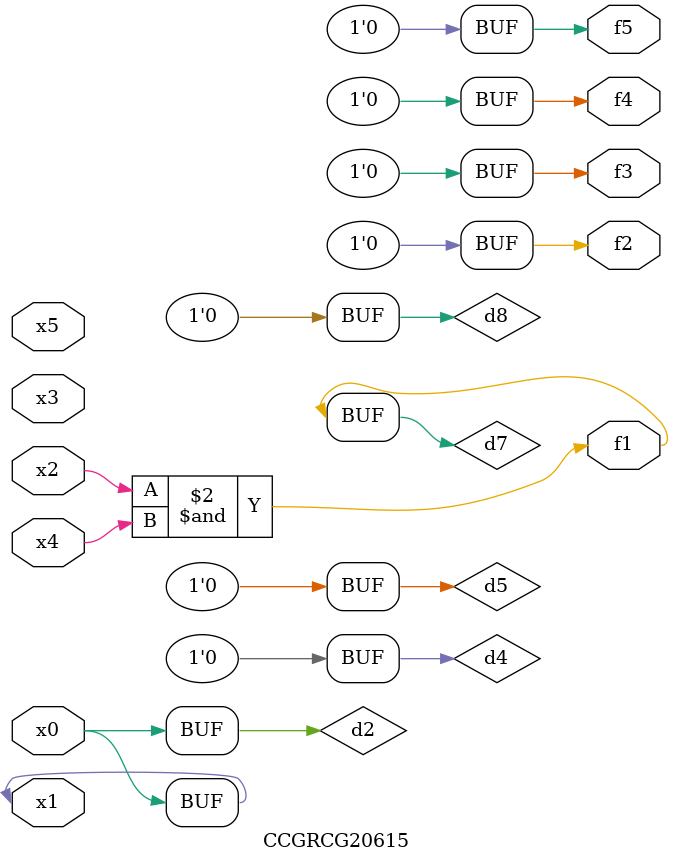
<source format=v>
module CCGRCG20615(
	input x0, x1, x2, x3, x4, x5,
	output f1, f2, f3, f4, f5
);

	wire d1, d2, d3, d4, d5, d6, d7, d8, d9;

	nand (d1, x1);
	buf (d2, x0, x1);
	nand (d3, x2, x4);
	and (d4, d1, d2);
	and (d5, d1, d2);
	nand (d6, d1, d3);
	not (d7, d3);
	xor (d8, d5);
	nor (d9, d5, d6);
	assign f1 = d7;
	assign f2 = d8;
	assign f3 = d8;
	assign f4 = d8;
	assign f5 = d8;
endmodule

</source>
